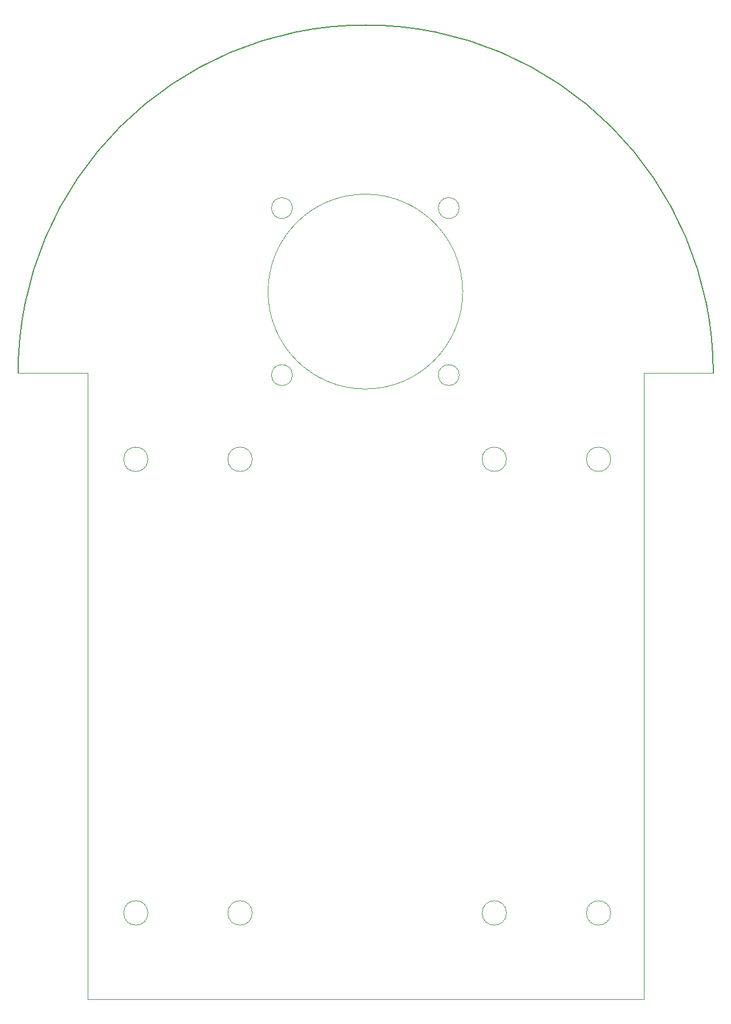
<source format=gbr>
%TF.GenerationSoftware,KiCad,Pcbnew,7.0.8-1.fc38*%
%TF.CreationDate,2023-12-06T13:29:32+01:00*%
%TF.ProjectId,frat,66726174-2e6b-4696-9361-645f70636258,rev?*%
%TF.SameCoordinates,Original*%
%TF.FileFunction,Profile,NP*%
%FSLAX46Y46*%
G04 Gerber Fmt 4.6, Leading zero omitted, Abs format (unit mm)*
G04 Created by KiCad (PCBNEW 7.0.8-1.fc38) date 2023-12-06 13:29:32*
%MOMM*%
%LPD*%
G01*
G04 APERTURE LIST*
%TA.AperFunction,Profile*%
%ADD10C,0.100000*%
%TD*%
%TA.AperFunction,Profile*%
%ADD11C,0.200000*%
%TD*%
%TA.AperFunction,Profile*%
%ADD12C,0.050000*%
%TD*%
G04 APERTURE END LIST*
D10*
X100000000Y-150000000D02*
X100000000Y-240000000D01*
X180000000Y-240000000D02*
X180000000Y-150000000D01*
D11*
X190000000Y-150000000D02*
G75*
G03*
X90000000Y-150000000I-50000000J0D01*
G01*
D10*
X100000000Y-150000000D02*
X90000000Y-150000000D01*
X100000000Y-240000000D02*
X180000000Y-240000000D01*
X180000000Y-150000000D02*
X190000000Y-150000000D01*
D12*
%TO.C,M2*%
X108677000Y-162404500D02*
G75*
G03*
X108677000Y-162404500I-1750000J0D01*
G01*
X108677000Y-227595500D02*
G75*
G03*
X108677000Y-227595500I-1750000J0D01*
G01*
X123677000Y-162404500D02*
G75*
G03*
X123677000Y-162404500I-1750000J0D01*
G01*
X123677000Y-227595500D02*
G75*
G03*
X123677000Y-227595500I-1750000J0D01*
G01*
%TO.C,M3*%
X160250000Y-162404500D02*
G75*
G03*
X160250000Y-162404500I-1750000J0D01*
G01*
X160250000Y-227595500D02*
G75*
G03*
X160250000Y-227595500I-1750000J0D01*
G01*
X175250000Y-162404500D02*
G75*
G03*
X175250000Y-162404500I-1750000J0D01*
G01*
X175250000Y-227595500D02*
G75*
G03*
X175250000Y-227595500I-1750000J0D01*
G01*
%TO.C,M1*%
X129454000Y-126303000D02*
G75*
G03*
X129454000Y-126303000I-1500000J0D01*
G01*
X129454000Y-150303000D02*
G75*
G03*
X129454000Y-150303000I-1500000J0D01*
G01*
X153954000Y-138303000D02*
G75*
G03*
X153954000Y-138303000I-14000000J0D01*
G01*
X153454000Y-126303000D02*
G75*
G03*
X153454000Y-126303000I-1500000J0D01*
G01*
X153454000Y-150303000D02*
G75*
G03*
X153454000Y-150303000I-1500000J0D01*
G01*
%TD*%
M02*

</source>
